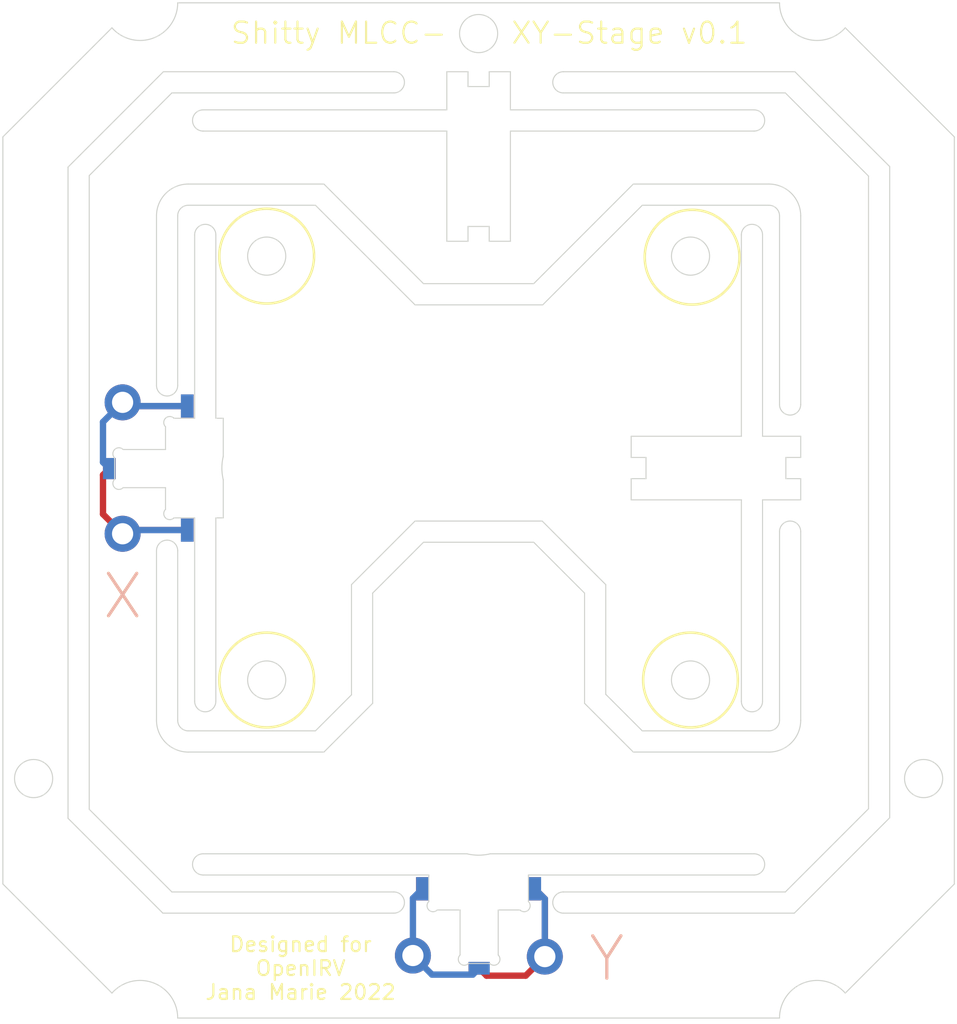
<source format=kicad_pcb>
(kicad_pcb (version 20211014) (generator pcbnew)
  (layers (0 "F.Cu" signal) (31 "B.Cu" signal) (34 "B.Paste" user) (35 "F.Paste" user) (36 "B.SilkS" user "B.Silkscreen") (37 "F.SilkS" user "F.Silkscreen") (38 "B.Mask" user) (39 "F.Mask" user) (44 "Edge.Cuts" user))
  (net 0 "")
  (net 1 "Net-(C1-Pad1)")
  (net 2 "Net-(C3-Pad1)")
  (net 3 "Net-(C4-Pad1)")
  (net 4 "Net-(C6-Pad1)")
  (footprint "otter:xy_stage_outline" (layer "F.Cu") (at 100 100 -90)
    (fp_text reference "H1" hide)
    (fp_text value "DXF" hide)
  )
  (footprint "otter:XY_pads" (layer "F.Cu") (at 86.449999 100.925)
    (fp_text reference "C1" hide)
    (fp_text value "C_HALF")
    (pad "1" smd trapezoid locked (at -0.2 0) (size 0.6 1.1) (layers "B.Cu" "B.Paste" "B.Mask") (net 1 "Net-(C1-Pad1)"))
    (pad "1" smd trapezoid locked (at -0.2 0) (size 0.6 1.1) (layers "F.Cu" "F.Paste" "F.Mask") (net 1 "Net-(C1-Pad1)"))
  )
  (footprint "otter:XY_pads" (layer "F.Cu") (at 86.449999 95.075)
    (fp_text reference "C3" hide)
    (fp_text value "C_HALF")
    (pad "1" smd trapezoid locked (at -0.2 0) (size 0.6 1.1) (layers "B.Cu" "B.Paste" "B.Mask") (net 2 "Net-(C3-Pad1)"))
    (pad "1" smd trapezoid locked (at -0.2 0) (size 0.6 1.1) (layers "F.Cu" "F.Paste" "F.Mask") (net 2 "Net-(C3-Pad1)"))
  )
  (footprint "otter:XY_pads" (layer "F.Cu") (at 102.85 117.85)
    (fp_text reference "C4" hide)
    (fp_text value "C_HALF")
    (pad "1" smd trapezoid locked (at -0.2 0) (size 0.6 1.1) (layers "F.Cu" "F.Paste" "F.Mask") (net 3 "Net-(C4-Pad1)"))
    (pad "1" smd trapezoid locked (at -0.2 0) (size 0.6 1.1) (layers "B.Cu" "B.Paste" "B.Mask") (net 3 "Net-(C4-Pad1)"))
  )
  (footprint "otter:XY_C_1812_3D_90" (layer "F.Cu") (at 100 117.5)
    (fp_text reference "C5" hide)
    (fp_text value "C_VIRT")
  )
  (footprint "otter:XY_pads" (layer "F.Cu") (at 97.55 117.85)
    (fp_text reference "C6" hide)
    (fp_text value "C_HALF")
    (pad "1" smd trapezoid locked (at -0.2 0) (size 0.6 1.1) (layers "B.Cu" "B.Paste" "B.Mask") (net 4 "Net-(C6-Pad1)"))
    (pad "1" smd trapezoid locked (at -0.2 0) (size 0.6 1.1) (layers "F.Cu" "F.Paste" "F.Mask") (net 4 "Net-(C6-Pad1)"))
  )
  (footprint "otter:XY_C_1812_3D_90" (layer "F.Cu") (at 86.575 98 90)
    (fp_text reference "C2" hide)
    (fp_text value "C_VIRT")
  )
  (footprint "otter:piezo_1.65x1.65x5" (layer "F.Cu") (at 82.875 98.025 -90)
    (fp_text reference "C7" hide)
    (fp_text value "PIEZO")
    (pad "1" smd rect locked (at 0 0.3 270) (size 1 0.6) (layers "F.Cu" "F.Paste" "F.Mask") (net 1 "Net-(C1-Pad1)"))
    (pad "2" smd rect locked (at 0 0.3 270) (size 1 0.6) (layers "B.Cu" "B.Paste" "B.Mask") (net 2 "Net-(C3-Pad1)"))
  )
  (footprint "otter:piezo_1.65x1.65x5" (layer "F.Cu") (at 100.025 121.3)
    (fp_text reference "C8" hide)
    (fp_text value "PIEZO")
    (pad "1" smd rect locked (at 0 0.3) (size 1 0.6) (layers "F.Cu" "F.Paste" "F.Mask") (net 3 "Net-(C4-Pad1)"))
    (pad "2" smd rect locked (at 0 0.3) (size 1 0.6) (layers "B.Cu" "B.Paste" "B.Mask") (net 4 "Net-(C6-Pad1)"))
  )
  (footprint "otter:PinHeader_1x01_P2.54mm_Vertical_NOSILK" (layer "F.Cu") (at 83.2 101.1)
    (fp_text reference "J1" hide)
    (fp_text value "X")
    (pad "1" thru_hole circle locked (at 0 0) (size 1.7 1.7) (drill 1) (layers *.Cu *.Mask) (net 1 "Net-(C1-Pad1)"))
  )
  (footprint "otter:PinHeader_1x01_P2.54mm_Vertical_NOSILK" (layer "F.Cu") (at 83.2 94.9)
    (fp_text reference "J2" hide)
    (fp_text value "X")
    (pad "1" thru_hole circle locked (at 0 0) (size 1.7 1.7) (drill 1) (layers *.Cu *.Mask) (net 2 "Net-(C3-Pad1)"))
  )
  (footprint "otter:PinHeader_1x01_P2.54mm_Vertical_NOSILK" (layer "F.Cu") (at 103.125 121.05)
    (fp_text reference "J3" hide)
    (fp_text value "Y")
    (pad "1" thru_hole circle locked (at 0 0) (size 1.7 1.7) (drill 1) (layers *.Cu *.Mask) (net 3 "Net-(C4-Pad1)"))
  )
  (footprint "otter:PinHeader_1x01_P2.54mm_Vertical_NOSILK" (layer "F.Cu") (at 96.9 121)
    (fp_text reference "J4" hide)
    (fp_text value "Y")
    (pad "1" thru_hole circle locked (at 0 0) (size 1.7 1.7) (drill 1) (layers *.Cu *.Mask) (net 4 "Net-(C6-Pad1)"))
  )
  (gr_circle (center 90 108) (end 92.2 108.4) (layer "F.SilkS") (width 0.12) (fill none))
  (gr_circle (center 110 108) (end 112.2 108.4) (layer "F.SilkS") (width 0.12) (fill none))
  (gr_circle (center 110.075 88.05) (end 112.275 88.45) (layer "F.SilkS") (width 0.12) (fill none))
  (gr_circle (center 90 88) (end 92.2 88.4) (layer "F.SilkS") (width 0.12) (fill none))
  (gr_line (start 117.303035 122.77231) (end 122.45 117.625) (layer "Edge.Cuts") (width 0.05))
  (gr_line (start 122.45 82.375) (end 117.303035 77.22769) (layer "Edge.Cuts") (width 0.05))
  (gr_line (start 122.45 117.625) (end 122.45 82.375) (layer "Edge.Cuts") (width 0.05))
  (gr_line (start 85.8 76.050023) (end 114.2 76.05) (layer "Edge.Cuts") (width 0.05))
  (gr_line (start 96 80.3) (end 85.525 80.3) (layer "Edge.Cuts") (width 0.05))
  (gr_line (start 87.6 95.65) (end 87.599999 87) (layer "Edge.Cuts") (width 0.05))
  (gr_line (start 86.600001 109) (end 86.600001 100.35) (layer "Edge.Cuts") (width 0.05))
  (gr_arc (start 86.600001 87) (mid 87.1 86.500001) (end 87.599999 87) (layer "Edge.Cuts") (width 0.05))
  (gr_line (start 92.7 111.399999) (end 86.3 111.399999) (layer "Edge.Cuts") (width 0.05))
  (gr_line (start 92.3 110.400001) (end 86.3 110.400001) (layer "Edge.Cuts") (width 0.05))
  (gr_line (start 95 109.1) (end 95 103.9) (layer "Edge.Cuts") (width 0.05))
  (gr_circle (center 121 112.65) (end 121.9 112.65) (layer "Edge.Cuts") (width 0.05) (fill none))
  (gr_arc (start 85.799999 86.1) (mid 85.946446 85.746446) (end 86.3 85.599999) (layer "Edge.Cuts") (width 0.05))
  (gr_arc (start 113.7 84.600001) (mid 114.76066 85.039341) (end 115.2 86.100001) (layer "Edge.Cuts") (width 0.05))
  (gr_arc (start 113.7 85.6) (mid 114.053554 85.746447) (end 114.200001 86.100001) (layer "Edge.Cuts") (width 0.05))
  (gr_line (start 113.7 84.600001) (end 107.3 84.600001) (layer "Edge.Cuts") (width 0.05))
  (gr_line (start 113.7 85.6) (end 107.725 85.6) (layer "Edge.Cuts") (width 0.05))
  (gr_line (start 92.7 84.6) (end 86.3 84.6) (layer "Edge.Cuts") (width 0.05))
  (gr_line (start 115.2 99.5) (end 113.399999 99.5) (layer "Edge.Cuts") (width 0.05))
  (gr_line (start 107.2 96.5) (end 112.400001 96.5) (layer "Edge.Cuts") (width 0.05))
  (gr_line (start 102.349999 118.450001) (end 102.35 117.2) (layer "Edge.Cuts") (width 0.05))
  (gr_line (start 96 118.000001) (end 85.525 118) (layer "Edge.Cuts") (width 0.05))
  (gr_line (start 104 79.300001) (end 114.925 79.300001) (layer "Edge.Cuts") (width 0.05))
  (gr_line (start 104 80.300001) (end 114.475 80.300001) (layer "Edge.Cuts") (width 0.05))
  (gr_line (start 114.475 80.3) (end 118.4 84.225) (layer "Edge.Cuts") (width 0.05))
  (gr_line (start 118.4 84.225) (end 118.4 114.075) (layer "Edge.Cuts") (width 0.05))
  (gr_line (start 114.925 79.3) (end 119.4 83.775) (layer "Edge.Cuts") (width 0.05))
  (gr_line (start 119.4 83.775) (end 119.4 114.5) (layer "Edge.Cuts") (width 0.05))
  (gr_line (start 114.9 119) (end 119.4 114.5) (layer "Edge.Cuts") (width 0.05))
  (gr_line (start 104 119) (end 114.9 119) (layer "Edge.Cuts") (width 0.05))
  (gr_line (start 114.475 118) (end 118.4 114.075) (layer "Edge.Cuts") (width 0.05))
  (gr_line (start 104 118) (end 114.475 118) (layer "Edge.Cuts") (width 0.05))
  (gr_line (start 85.225 97.125) (end 85.225 96.049999) (layer "Edge.Cuts") (width 0.05))
  (gr_arc (start 102.349999 118.450001) (mid 102.349999 118.849999) (end 101.950001 118.849999) (layer "Edge.Cuts") (width 0.05))
  (gr_arc (start 85.624999 100.349999) (mid 85.225001 100.349999) (end 85.225001 99.950001) (layer "Edge.Cuts") (width 0.05))
  (gr_line (start 86.600001 100.35) (end 85.624999 100.349999) (layer "Edge.Cuts") (width 0.05))
  (gr_line (start 99.5 87.3) (end 98.5 87.3) (layer "Edge.Cuts") (width 0.05))
  (gr_line (start 107.9 97.5) (end 107.9 98.5) (layer "Edge.Cuts") (width 0.05))
  (gr_line (start 107.2 97.5) (end 107.9 97.5) (layer "Edge.Cuts") (width 0.05))
  (gr_line (start 107.2 97.5) (end 107.2 96.5) (layer "Edge.Cuts") (width 0.05))
  (gr_line (start 107.9 98.5) (end 107.2 98.500001) (layer "Edge.Cuts") (width 0.05))
  (gr_line (start 107.2 99.5) (end 107.2 98.500001) (layer "Edge.Cuts") (width 0.05))
  (gr_line (start 100.549999 116.200002) (end 113 116.2) (layer "Edge.Cuts") (width 0.05))
  (gr_line (start 87.599997 108.999999) (end 87.599997 100.35) (layer "Edge.Cuts") (width 0.05))
  (gr_circle (center 90 88) (end 90.9 88) (layer "Edge.Cuts") (width 0.05) (fill none))
  (gr_arc (start 82.696967 122.77231) (mid 84.654828 122.290499) (end 85.8 123.95) (layer "Edge.Cuts") (width 0.05))
  (gr_arc (start 114.2 123.95) (mid 115.345173 122.290499) (end 117.303035 122.77231) (layer "Edge.Cuts") (width 0.05))
  (gr_arc (start 87.950001 98.55) (mid 87.885154 98.000001) (end 87.950001 97.450001) (layer "Edge.Cuts") (width 0.05))
  (gr_line (start 87.950001 95.650001) (end 87.6 95.65) (layer "Edge.Cuts") (width 0.05))
  (gr_line (start 87.950001 95.650001) (end 87.950001 97.450001) (layer "Edge.Cuts") (width 0.05))
  (gr_line (start 100.5 80) (end 99.5 80) (layer "Edge.Cuts") (width 0.05))
  (gr_arc (start 87.599999 109) (mid 87.1 109.499999) (end 86.600001 109) (layer "Edge.Cuts") (width 0.05))
  (gr_line (start 100.5 79.3) (end 100.5 80) (layer "Edge.Cuts") (width 0.05))
  (gr_line (start 98.5 79.3) (end 99.499999 79.3) (layer "Edge.Cuts") (width 0.05))
  (gr_line (start 113.7 111.4) (end 107.3 111.4) (layer "Edge.Cuts") (width 0.05))
  (gr_line (start 96 79.3) (end 85.125 79.3) (layer "Edge.Cuts") (width 0.05))
  (gr_line (start 98.5 87.3) (end 98.5 82.099999) (layer "Edge.Cuts") (width 0.05))
  (gr_line (start 115.2 95) (end 115.199999 86.1) (layer "Edge.Cuts") (width 0.05))
  (gr_line (start 114.5 97.5) (end 115.2 97.499999) (layer "Edge.Cuts") (width 0.05))
  (gr_arc (start 85.225 96.049999) (mid 85.225 95.650001) (end 85.624998 95.650001) (layer "Edge.Cuts") (width 0.05))
  (gr_arc (start 104 118.999999) (mid 103.500001 118.5) (end 104 118.000001) (layer "Edge.Cuts") (width 0.05))
  (gr_line (start 102.6 89.3) (end 97.4 89.3) (layer "Edge.Cuts") (width 0.05))
  (gr_line (start 114.2 123.95) (end 85.8 123.95) (layer "Edge.Cuts") (width 0.05))
  (gr_line (start 99.5 86.6) (end 100.5 86.6) (layer "Edge.Cuts") (width 0.05))
  (gr_line (start 86.600001 87) (end 86.600001 95.65) (layer "Edge.Cuts") (width 0.05))
  (gr_line (start 85.1 119) (end 80.625 114.525) (layer "Edge.Cuts") (width 0.05))
  (gr_line (start 92.7 111.4) (end 95 109.1) (layer "Edge.Cuts") (width 0.05))
  (gr_line (start 94 108.7) (end 94.000001 103.5) (layer "Edge.Cuts") (width 0.05))
  (gr_arc (start 84.8 86.1) (mid 85.23934 85.03934) (end 86.3 84.6) (layer "Edge.Cuts") (width 0.05))
  (gr_line (start 85.525 118) (end 81.625 114.1) (layer "Edge.Cuts") (width 0.05))
  (gr_line (start 113.7 110.4) (end 107.725 110.4) (layer "Edge.Cuts") (width 0.05))
  (gr_circle (center 79 112.65) (end 79.9 112.65) (layer "Edge.Cuts") (width 0.05) (fill none))
  (gr_line (start 101.5 87.3) (end 100.5 87.3) (layer "Edge.Cuts") (width 0.05))
  (gr_line (start 94.000001 103.5) (end 97 100.5) (layer "Edge.Cuts") (width 0.05))
  (gr_line (start 97.4 89.3) (end 92.7 84.6) (layer "Edge.Cuts") (width 0.05))
  (gr_line (start 82.825 97.524999) (end 82.825001 98.525001) (layer "Edge.Cuts") (width 0.05))
  (gr_arc (start 98.049999 118.849999) (mid 97.650001 118.849999) (end 97.650001 118.450001) (layer "Edge.Cuts") (width 0.05))
  (gr_arc (start 82.825002 97.524998) (mid 82.825002 97.125) (end 83.225 97.125) (layer "Edge.Cuts") (width 0.05))
  (gr_line (start 112.400001 87) (end 112.400001 96.5) (layer "Edge.Cuts") (width 0.05))
  (gr_line (start 81.625 84.2) (end 81.625 114.1) (layer "Edge.Cuts") (width 0.05))
  (gr_line (start 103 100.5) (end 106 103.5) (layer "Edge.Cuts") (width 0.05))
  (gr_line (start 114.5 98.5) (end 114.5 97.5) (layer "Edge.Cuts") (width 0.05))
  (gr_line (start 107.3 84.6) (end 102.6 89.3) (layer "Edge.Cuts") (width 0.05))
  (gr_line (start 85.799999 101.9) (end 85.799999 109.9) (layer "Edge.Cuts") (width 0.05))
  (gr_arc (start 115.199999 95) (mid 114.7 95.499999) (end 114.200001 95) (layer "Edge.Cuts") (width 0.05))
  (gr_line (start 112.400001 109) (end 112.400001 99.5) (layer "Edge.Cuts") (width 0.05))
  (gr_arc (start 84.800001 101.9) (mid 85.3 101.400001) (end 85.799999 101.9) (layer "Edge.Cuts") (width 0.05))
  (gr_arc (start 96 118.000001) (mid 96.499999 118.5) (end 96 118.999999) (layer "Edge.Cuts") (width 0.05))
  (gr_arc (start 115.2 109.9) (mid 114.76066 110.96066) (end 113.7 111.4) (layer "Edge.Cuts") (width 0.05))
  (gr_line (start 92.3 110.4) (end 94 108.7) (layer "Edge.Cuts") (width 0.05))
  (gr_line (start 97.4 101.5) (end 95 103.9) (layer "Edge.Cuts") (width 0.05))
  (gr_line (start 105 109.1) (end 105 103.9) (layer "Edge.Cuts") (width 0.05))
  (gr_line (start 113.399999 109) (end 113.399999 99.5) (layer "Edge.Cuts") (width 0.05))
  (gr_line (start 87 116.200001) (end 99.450001 116.199999) (layer "Edge.Cuts") (width 0.05))
  (gr_line (start 99.5 87.3) (end 99.5 86.6) (layer "Edge.Cuts") (width 0.05))
  (gr_line (start 106 103.5) (end 106 108.675) (layer "Edge.Cuts") (width 0.05))
  (gr_arc (start 113 116.200001) (mid 113.499999 116.7) (end 113 117.199999) (layer "Edge.Cuts") (width 0.05))
  (gr_line (start 99.524999 121.374999) (end 100.525001 121.374999) (layer "Edge.Cuts") (width 0.05))
  (gr_line (start 106 108.675) (end 107.725 110.4) (layer "Edge.Cuts") (width 0.05))
  (gr_line (start 99.125 118.85) (end 99.125001 120.975001) (layer "Edge.Cuts") (width 0.05))
  (gr_line (start 113 117.2) (end 102.35 117.2) (layer "Edge.Cuts") (width 0.05))
  (gr_line (start 115.2 96.5) (end 115.2 97.499999) (layer "Edge.Cuts") (width 0.05))
  (gr_arc (start 100.55 116.199999) (mid 100.000001 116.264846) (end 99.450001 116.199999) (layer "Edge.Cuts") (width 0.05))
  (gr_line (start 115.2 98.5) (end 115.2 99.5) (layer "Edge.Cuts") (width 0.05))
  (gr_line (start 87.950001 100.35) (end 87.599997 100.35) (layer "Edge.Cuts") (width 0.05))
  (gr_line (start 80.625 83.8) (end 80.625 114.525) (layer "Edge.Cuts") (width 0.05))
  (gr_line (start 101.950001 118.849999) (end 100.925 118.85) (layer "Edge.Cuts") (width 0.05))
  (gr_line (start 82.696967 77.22769) (end 77.55 82.375) (layer "Edge.Cuts") (width 0.05))
  (gr_arc (start 100.924999 120.975001) (mid 100.924999 121.374999) (end 100.525001 121.374999) (layer "Edge.Cuts") (width 0.05))
  (gr_arc (start 86.3 111.399999) (mid 85.239341 110.960659) (end 84.800001 109.9) (layer "Edge.Cuts") (width 0.05))
  (gr_line (start 115.2 98.5) (end 114.5 98.5) (layer "Edge.Cuts") (width 0.05))
  (gr_arc (start 87 82.099999) (mid 86.500001 81.6) (end 87 81.100001) (layer "Edge.Cuts") (width 0.05))
  (gr_line (start 87.950001 98.55) (end 87.950001 100.35) (layer "Edge.Cuts") (width 0.05))
  (gr_arc (start 113 81.100002) (mid 113.499999 81.600001) (end 113 82.1) (layer "Edge.Cuts") (width 0.05))
  (gr_line (start 114.200001 101) (end 114.200001 109.9) (layer "Edge.Cuts") (width 0.05))
  (gr_line (start 85.525 80.3) (end 81.625 84.2) (layer "Edge.Cuts") (width 0.05))
  (gr_line (start 107.3 111.4) (end 105 109.1) (layer "Edge.Cuts") (width 0.05))
  (gr_arc (start 112.400001 87) (mid 112.9 86.500001) (end 113.399999 87) (layer "Edge.Cuts") (width 0.05))
  (gr_arc (start 85.799999 94.1) (mid 85.3 94.599999) (end 84.800001 94.1) (layer "Edge.Cuts") (width 0.05))
  (gr_line (start 87 82.099999) (end 98.5 82.099999) (layer "Edge.Cuts") (width 0.05))
  (gr_circle (center 90 108) (end 90.9 108) (layer "Edge.Cuts") (width 0.05) (fill none))
  (gr_arc (start 114.2 109.9) (mid 114.053553 110.253553) (end 113.7 110.4) (layer "Edge.Cuts") (width 0.05))
  (gr_line (start 113.399999 87) (end 113.399999 96.5) (layer "Edge.Cuts") (width 0.05))
  (gr_line (start 85.225 97.125) (end 83.225 97.125) (layer "Edge.Cuts") (width 0.05))
  (gr_line (start 102.6 101.5) (end 97.4 101.5) (layer "Edge.Cuts") (width 0.05))
  (gr_line (start 115.199999 101) (end 115.199999 109.9) (layer "Edge.Cuts") (width 0.05))
  (gr_circle (center 110 88) (end 110.9 88) (layer "Edge.Cuts") (width 0.05) (fill none))
  (gr_line (start 84.800001 94.1) (end 84.800001 86.1) (layer "Edge.Cuts") (width 0.05))
  (gr_line (start 113.4 96.5) (end 115.2 96.5) (layer "Edge.Cuts") (width 0.05))
  (gr_line (start 84.800001 101.9) (end 84.800001 109.9) (layer "Edge.Cuts") (width 0.05))
  (gr_arc (start 86.3 110.400001) (mid 85.946446 110.253554) (end 85.799999 109.9) (layer "Edge.Cuts") (width 0.05))
  (gr_arc (start 113.399999 109) (mid 112.9 109.499999) (end 112.400001 109) (layer "Edge.Cuts") (width 0.05))
  (gr_arc (start 117.303035 77.22769) (mid 115.345173 77.709501) (end 114.2 76.05) (layer "Edge.Cuts") (width 0.05))
  (gr_line (start 100.5 79.3) (end 101.5 79.3) (layer "Edge.Cuts") (width 0.05))
  (gr_line (start 107.725 85.6) (end 103.025 90.3) (layer "Edge.Cuts") (width 0.05))
  (gr_line (start 103.025 90.3) (end 97 90.3) (layer "Edge.Cuts") (width 0.05))
  (gr_line (start 97 100.5) (end 103 100.5) (layer "Edge.Cuts") (width 0.05))
  (gr_arc (start 99.524999 121.374999) (mid 99.125001 121.374999) (end 99.125001 120.975001) (layer "Edge.Cuts") (width 0.05))
  (gr_line (start 85.625 95.650001) (end 86.600001 95.65) (layer "Edge.Cuts") (width 0.05))
  (gr_line (start 100.925 118.85) (end 100.924999 120.975001) (layer "Edge.Cuts") (width 0.05))
  (gr_line (start 85.225001 99.950001) (end 85.225 98.925) (layer "Edge.Cuts") (width 0.05))
  (gr_line (start 99.5 80) (end 99.499999 79.3) (layer "Edge.Cuts") (width 0.05))
  (gr_line (start 85.799999 94.1) (end 85.799999 86.1) (layer "Edge.Cuts") (width 0.05))
  (gr_line (start 92.3 85.6) (end 86.3 85.6) (layer "Edge.Cuts") (width 0.05))
  (gr_line (start 114.200001 95) (end 114.200001 86.1) (layer "Edge.Cuts") (width 0.05))
  (gr_line (start 101.5 79.3) (end 101.5 81.1) (layer "Edge.Cuts") (width 0.05))
  (gr_arc (start 104 80.299999) (mid 103.500001 79.8) (end 104 79.300001) (layer "Edge.Cuts") (width 0.05))
  (gr_line (start 101.5 82.1) (end 101.5 87.3) (layer "Edge.Cuts") (width 0.05))
  (gr_line (start 77.55 82.375) (end 77.55 117.625) (layer "Edge.Cuts") (width 0.05))
  (gr_line (start 97.65 117.2) (end 97.650001 118.450001) (layer "Edge.Cuts") (width 0.05))
  (gr_line (start 83.224999 98.924999) (end 85.225 98.925) (layer "Edge.Cuts") (width 0.05))
  (gr_line (start 98.5 81.100001) (end 98.5 79.3) (layer "Edge.Cuts") (width 0.05))
  (gr_line (start 85.125 79.3) (end 80.625 83.8) (layer "Edge.Cuts") (width 0.05))
  (gr_arc (start 85.8 76.05) (mid 84.654828 77.709499) (end 82.696967 77.22769) (layer "Edge.Cuts") (width 0.05))
  (gr_line (start 98.049999 118.849999) (end 99.125 118.85) (layer "Edge.Cuts") (width 0.05))
  (gr_arc (start 96 79.300001) (mid 96.499999 79.8) (end 96 80.299999) (layer "Edge.Cuts") (width 0.05))
  (gr_line (start 105 103.9) (end 102.6 101.5) (layer "Edge.Cuts") (width 0.05))
  (gr_line (start 87 117.199999) (end 97.65 117.2) (layer "Edge.Cuts") (width 0.05))
  (gr_arc (start 114.200001 101) (mid 114.7 100.500001) (end 115.199999 101) (layer "Edge.Cuts") (width 0.05))
  (gr_circle (center 110 108) (end 110.9 108) (layer "Edge.Cuts") (width 0.05) (fill none))
  (gr_line (start 96 118.999999) (end 85.1 119) (layer "Edge.Cuts") (width 0.05))
  (gr_line (start 97 90.3) (end 92.3 85.6) (layer "Edge.Cuts") (width 0.05))
  (gr_line (start 100.5 86.6) (end 100.5 87.3) (layer "Edge.Cuts") (width 0.05))
  (gr_line (start 113 82.1) (end 101.5 82.1) (layer "Edge.Cuts") (width 0.05))
  (gr_arc (start 87 117.199999) (mid 86.500001 116.7) (end 87 116.200001) (layer "Edge.Cuts") (width 0.05))
  (gr_line (start 87 81.100001) (end 98.5 81.100001) (layer "Edge.Cuts") (width 0.05))
  (gr_arc (start 83.224999 98.924999) (mid 82.825001 98.924999) (end 82.825001 98.525001) (layer "Edge.Cuts") (width 0.05))
  (gr_circle (center 100 77.5) (end 100.9 77.5) (layer "Edge.Cuts") (width 0.05) (fill none))
  (gr_line (start 113 81.1) (end 101.5 81.1) (layer "Edge.Cuts") (width 0.05))
  (gr_line (start 112.4 99.5) (end 107.2 99.5) (layer "Edge.Cuts") (width 0.05))
  (gr_line (start 77.55 117.625) (end 82.696967 122.77231) (layer "Edge.Cuts") (width 0.05))
  (gr_text "X" (at 83.2 104.05) (layer "B.SilkS") (effects (font (size 2 2))))
  (gr_text "Y" (at 106.05 121.15) (layer "B.SilkS") (effects (font (size 2 2))))
  (gr_text "X" (at 83.2 104.05) (layer "F.SilkS") (effects (font (size 2 2))))
  (gr_text "Shitty MLCC-    XY-Stage v0.1\n" (at 100.5 77.475) (layer "F.SilkS") (effects (font (size 1 1) (thickness 0.1))))
  (gr_text "Y" (at 106.05 121.15) (layer "F.SilkS") (effects (font (size 2 2))))
  (gr_text "Designed for\nOpenIRV\nJana Marie 2022" (at 91.6 121.6) (layer "F.SilkS") (effects (font (size 0.7 0.7) (thickness 0.1))))
  (segment (start 83.2 101.1) (end 82.275 100.175) (width 0.3) (layer "F.Cu") (net 1))
  (segment (start 82.275 100.175) (end 82.275 98.325) (width 0.3) (layer "F.Cu") (net 1))
  (segment (start 83.375 100.925) (end 86.224991 100.925) (width 0.3) (layer "F.Cu") (net 1))
  (segment (start 82.275 98.325) (end 82.449991 98.150009) (width 0.3) (layer "F.Cu") (net 1))
  (segment (start 83.2 101.1) (end 83.375 100.925) (width 0.3) (layer "F.Cu") (net 1))
  (segment (start 83.2 101.1) (end 83.375 100.925) (width 0.3) (layer "B.Cu") (net 1))
  (segment (start 83.375 100.925) (end 86.224991 100.925) (width 0.3) (layer "B.Cu") (net 1))
  (segment (start 83.2 94.9) (end 83.375 95.075) (width 0.3) (layer "F.Cu") (net 2))
  (segment (start 83.375 95.075) (end 86.224991 95.075) (width 0.3) (layer "F.Cu") (net 2))
  (segment (start 82.449991 97.899991) (end 82.449991 97.95) (width 0.3) (layer "B.Cu") (net 2))
  (segment (start 83.375 95.075) (end 86.224991 95.075) (width 0.3) (layer "B.Cu") (net 2))
  (segment (start 82.275 97.725) (end 82.449991 97.899991) (width 0.3) (layer "B.Cu") (net 2))
  (segment (start 83.2 94.9) (end 82.275 95.825) (width 0.3) (layer "B.Cu") (net 2))
  (segment (start 82.275 95.825) (end 82.275 97.725) (width 0.3) (layer "B.Cu") (net 2))
  (segment (start 83.2 94.9) (end 83.375 95.075) (width 0.3) (layer "B.Cu") (net 2))
  (segment (start 102.225 121.95) (end 100.375 121.95) (width 0.3) (layer "F.Cu") (net 3))
  (segment (start 103.125 121.05) (end 103.125 118.325) (width 0.3) (layer "F.Cu") (net 3))
  (segment (start 103.125 121.05) (end 102.225 121.95) (width 0.3) (layer "F.Cu") (net 3))
  (segment (start 100.375 121.95) (end 100.175009 121.750009) (width 0.3) (layer "F.Cu") (net 3))
  (segment (start 103.125 118.325) (end 102.725009 117.925009) (width 0.3) (layer "F.Cu") (net 3))
  (segment (start 103.125 121.05) (end 103.125 118.325) (width 0.3) (layer "B.Cu") (net 3))
  (segment (start 103.125 118.325) (end 102.725009 117.925009) (width 0.3) (layer "B.Cu") (net 3))
  (segment (start 97.8 121.9) (end 99.725 121.9) (width 0.3) (layer "B.Cu") (net 4))
  (segment (start 96.9 118.3) (end 97.274991 117.925009) (width 0.3) (layer "B.Cu") (net 4))
  (segment (start 96.9 121) (end 97.8 121.9) (width 0.3) (layer "B.Cu") (net 4))
  (segment (start 96.9 121) (end 96.9 118.3) (width 0.3) (layer "B.Cu") (net 4))
  (segment (start 99.725 121.9) (end 99.874991 121.750009) (width 0.3) (layer "B.Cu") (net 4))
)
</source>
